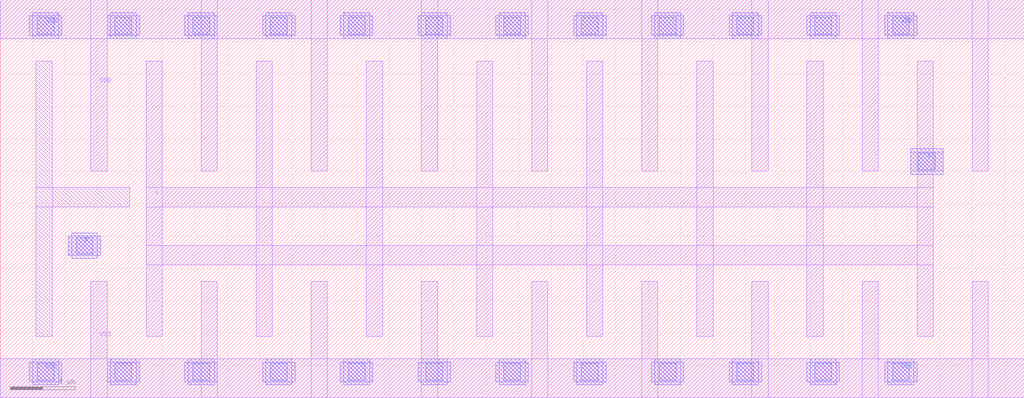
<source format=lef>
# Copyright 2022 Google LLC
# Licensed under the Apache License, Version 2.0 (the "License");
# you may not use this file except in compliance with the License.
# You may obtain a copy of the License at
#
#      http://www.apache.org/licenses/LICENSE-2.0
#
# Unless required by applicable law or agreed to in writing, software
# distributed under the License is distributed on an "AS IS" BASIS,
# WITHOUT WARRANTIES OR CONDITIONS OF ANY KIND, either express or implied.
# See the License for the specific language governing permissions and
# limitations under the License.
VERSION 5.7 ;
BUSBITCHARS "[]" ;
DIVIDERCHAR "/" ;

MACRO gf180mcu_osu_sc_9T_clkbuf_16
  CLASS CORE ;
  ORIGIN 0 0 ;
  FOREIGN gf180mcu_osu_sc_9T_clkbuf_16 0 0 ;
  SIZE 15.8 BY 6.15 ;
  SYMMETRY X Y ;
  SITE GF018hv5v_mcu_sc7 ;
  PIN A
    DIRECTION INPUT ;
    USE SIGNAL ;
    PORT
      LAYER MET1 ;
        RECT 1.05 2.2 1.55 2.5 ;
      LAYER MET2 ;
        RECT 1.05 2.2 1.55 2.5 ;
        RECT 1.1 2.15 1.5 2.55 ;
      LAYER VIA12 ;
        RECT 1.17 2.22 1.43 2.48 ;
    END
  END A
  PIN VDD
    DIRECTION INOUT ;
    USE POWER ;
    SHAPE ABUTMENT ;
    PORT
      LAYER MET1 ;
        RECT 0 5.55 15.8 6.15 ;
        RECT 15 3.5 15.25 6.15 ;
        RECT 13.3 3.5 13.55 6.15 ;
        RECT 11.6 3.5 11.85 6.15 ;
        RECT 9.9 3.5 10.15 6.15 ;
        RECT 8.2 3.5 8.45 6.15 ;
        RECT 6.5 3.5 6.75 6.15 ;
        RECT 4.8 3.5 5.05 6.15 ;
        RECT 3.1 3.5 3.35 6.15 ;
        RECT 1.4 3.5 1.65 6.15 ;
      LAYER MET2 ;
        RECT 13.65 5.6 14.15 5.9 ;
        RECT 13.7 5.55 14.1 5.95 ;
        RECT 12.45 5.6 12.95 5.9 ;
        RECT 12.5 5.55 12.9 5.95 ;
        RECT 11.25 5.6 11.75 5.9 ;
        RECT 11.3 5.55 11.7 5.95 ;
        RECT 10.05 5.6 10.55 5.9 ;
        RECT 10.1 5.55 10.5 5.95 ;
        RECT 8.85 5.6 9.35 5.9 ;
        RECT 8.9 5.55 9.3 5.95 ;
        RECT 7.65 5.6 8.15 5.9 ;
        RECT 7.7 5.55 8.1 5.95 ;
        RECT 6.45 5.6 6.95 5.9 ;
        RECT 6.5 5.55 6.9 5.95 ;
        RECT 5.25 5.6 5.75 5.9 ;
        RECT 5.3 5.55 5.7 5.95 ;
        RECT 4.05 5.6 4.55 5.9 ;
        RECT 4.1 5.55 4.5 5.95 ;
        RECT 2.85 5.6 3.35 5.9 ;
        RECT 2.9 5.55 3.3 5.95 ;
        RECT 1.65 5.6 2.15 5.9 ;
        RECT 1.7 5.55 2.1 5.95 ;
        RECT 0.45 5.6 0.95 5.9 ;
        RECT 0.5 5.55 0.9 5.95 ;
      LAYER VIA12 ;
        RECT 0.57 5.62 0.83 5.88 ;
        RECT 1.77 5.62 2.03 5.88 ;
        RECT 2.97 5.62 3.23 5.88 ;
        RECT 4.17 5.62 4.43 5.88 ;
        RECT 5.37 5.62 5.63 5.88 ;
        RECT 6.57 5.62 6.83 5.88 ;
        RECT 7.77 5.62 8.03 5.88 ;
        RECT 8.97 5.62 9.23 5.88 ;
        RECT 10.17 5.62 10.43 5.88 ;
        RECT 11.37 5.62 11.63 5.88 ;
        RECT 12.57 5.62 12.83 5.88 ;
        RECT 13.77 5.62 14.03 5.88 ;
    END
  END VDD
  PIN VSS
    DIRECTION INOUT ;
    USE GROUND ;
    PORT
      LAYER MET1 ;
        RECT 0 0 15.8 0.6 ;
        RECT 15 0 15.25 1.8 ;
        RECT 13.3 0 13.55 1.8 ;
        RECT 11.6 0 11.85 1.8 ;
        RECT 9.9 0 10.15 1.8 ;
        RECT 8.2 0 8.45 1.8 ;
        RECT 6.5 0 6.75 1.8 ;
        RECT 4.8 0 5.05 1.8 ;
        RECT 3.1 0 3.35 1.8 ;
        RECT 1.4 0 1.65 1.8 ;
      LAYER MET2 ;
        RECT 13.65 0.25 14.15 0.55 ;
        RECT 13.7 0.2 14.1 0.6 ;
        RECT 12.45 0.25 12.95 0.55 ;
        RECT 12.5 0.2 12.9 0.6 ;
        RECT 11.25 0.25 11.75 0.55 ;
        RECT 11.3 0.2 11.7 0.6 ;
        RECT 10.05 0.25 10.55 0.55 ;
        RECT 10.1 0.2 10.5 0.6 ;
        RECT 8.85 0.25 9.35 0.55 ;
        RECT 8.9 0.2 9.3 0.6 ;
        RECT 7.65 0.25 8.15 0.55 ;
        RECT 7.7 0.2 8.1 0.6 ;
        RECT 6.45 0.25 6.95 0.55 ;
        RECT 6.5 0.2 6.9 0.6 ;
        RECT 5.25 0.25 5.75 0.55 ;
        RECT 5.3 0.2 5.7 0.6 ;
        RECT 4.05 0.25 4.55 0.55 ;
        RECT 4.1 0.2 4.5 0.6 ;
        RECT 2.85 0.25 3.35 0.55 ;
        RECT 2.9 0.2 3.3 0.6 ;
        RECT 1.65 0.25 2.15 0.55 ;
        RECT 1.7 0.2 2.1 0.6 ;
        RECT 0.45 0.25 0.95 0.55 ;
        RECT 0.5 0.2 0.9 0.6 ;
      LAYER VIA12 ;
        RECT 0.57 0.27 0.83 0.53 ;
        RECT 1.77 0.27 2.03 0.53 ;
        RECT 2.97 0.27 3.23 0.53 ;
        RECT 4.17 0.27 4.43 0.53 ;
        RECT 5.37 0.27 5.63 0.53 ;
        RECT 6.57 0.27 6.83 0.53 ;
        RECT 7.77 0.27 8.03 0.53 ;
        RECT 8.97 0.27 9.23 0.53 ;
        RECT 10.17 0.27 10.43 0.53 ;
        RECT 11.37 0.27 11.63 0.53 ;
        RECT 12.57 0.27 12.83 0.53 ;
        RECT 13.77 0.27 14.03 0.53 ;
    END
  END VSS
  PIN Y
    DIRECTION OUTPUT ;
    USE SIGNAL ;
    PORT
      LAYER MET1 ;
        RECT 14.05 3.5 14.55 3.8 ;
        RECT 14.15 0.95 14.4 5.2 ;
        RECT 2.25 2.95 14.4 3.25 ;
        RECT 2.25 2.05 14.4 2.35 ;
        RECT 12.45 0.95 12.7 5.2 ;
        RECT 10.75 0.95 11 5.2 ;
        RECT 9.05 0.95 9.3 5.2 ;
        RECT 7.35 0.95 7.6 5.2 ;
        RECT 5.65 0.95 5.9 5.2 ;
        RECT 3.95 0.95 4.2 5.2 ;
        RECT 2.25 0.95 2.5 5.2 ;
      LAYER MET2 ;
        RECT 14.05 3.45 14.55 3.85 ;
      LAYER VIA12 ;
        RECT 14.17 3.52 14.43 3.78 ;
    END
  END Y
  OBS
    LAYER MET1 ;
      RECT 0.55 0.95 0.8 5.2 ;
      RECT 0.55 2.95 2 3.25 ;
  END
END gf180mcu_osu_sc_9T_clkbuf_16

</source>
